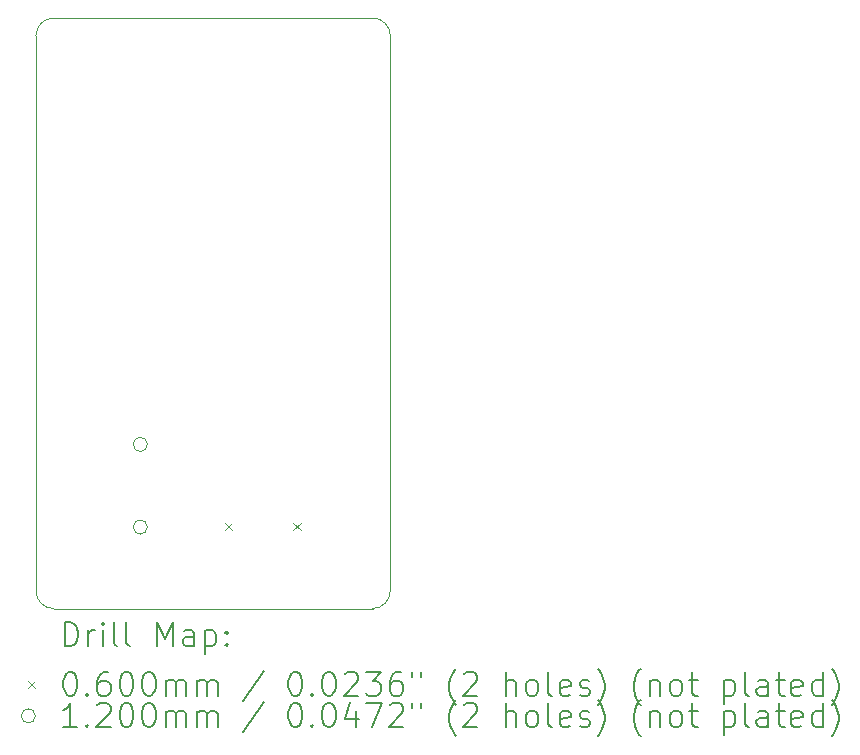
<source format=gbr>
%TF.GenerationSoftware,KiCad,Pcbnew,7.0.2-6a45011f42~172~ubuntu22.04.1*%
%TF.CreationDate,2023-05-17T08:32:57+02:00*%
%TF.ProjectId,PowerMeterLC,506f7765-724d-4657-9465-724c432e6b69,rev?*%
%TF.SameCoordinates,Original*%
%TF.FileFunction,Drillmap*%
%TF.FilePolarity,Positive*%
%FSLAX45Y45*%
G04 Gerber Fmt 4.5, Leading zero omitted, Abs format (unit mm)*
G04 Created by KiCad (PCBNEW 7.0.2-6a45011f42~172~ubuntu22.04.1) date 2023-05-17 08:32:57*
%MOMM*%
%LPD*%
G01*
G04 APERTURE LIST*
%ADD10C,0.100000*%
%ADD11C,0.200000*%
%ADD12C,0.060000*%
%ADD13C,0.120000*%
G04 APERTURE END LIST*
D10*
X4200000Y-14950000D02*
X4200000Y-19650000D01*
X4200000Y-14950000D02*
G75*
G03*
X4050000Y-14800000I-150000J0D01*
G01*
X1200000Y-19650000D02*
X1200000Y-14950000D01*
X1350000Y-14800000D02*
G75*
G03*
X1200000Y-14950000I0J-150000D01*
G01*
X1200000Y-19650000D02*
G75*
G03*
X1350000Y-19800000I150000J0D01*
G01*
X4050000Y-19800000D02*
G75*
G03*
X4200000Y-19650000I0J150000D01*
G01*
X1350000Y-14800000D02*
X4050000Y-14800000D01*
X4050000Y-19800000D02*
X1350000Y-19800000D01*
D11*
D12*
X2802000Y-19077500D02*
X2862000Y-19137500D01*
X2862000Y-19077500D02*
X2802000Y-19137500D01*
X3380000Y-19077500D02*
X3440000Y-19137500D01*
X3440000Y-19077500D02*
X3380000Y-19137500D01*
D13*
X2143250Y-18410000D02*
G75*
G03*
X2143250Y-18410000I-60000J0D01*
G01*
X2143250Y-19110000D02*
G75*
G03*
X2143250Y-19110000I-60000J0D01*
G01*
D11*
X1442619Y-20117524D02*
X1442619Y-19917524D01*
X1442619Y-19917524D02*
X1490238Y-19917524D01*
X1490238Y-19917524D02*
X1518809Y-19927048D01*
X1518809Y-19927048D02*
X1537857Y-19946095D01*
X1537857Y-19946095D02*
X1547381Y-19965143D01*
X1547381Y-19965143D02*
X1556905Y-20003238D01*
X1556905Y-20003238D02*
X1556905Y-20031810D01*
X1556905Y-20031810D02*
X1547381Y-20069905D01*
X1547381Y-20069905D02*
X1537857Y-20088952D01*
X1537857Y-20088952D02*
X1518809Y-20108000D01*
X1518809Y-20108000D02*
X1490238Y-20117524D01*
X1490238Y-20117524D02*
X1442619Y-20117524D01*
X1642619Y-20117524D02*
X1642619Y-19984190D01*
X1642619Y-20022286D02*
X1652143Y-20003238D01*
X1652143Y-20003238D02*
X1661667Y-19993714D01*
X1661667Y-19993714D02*
X1680714Y-19984190D01*
X1680714Y-19984190D02*
X1699762Y-19984190D01*
X1766428Y-20117524D02*
X1766428Y-19984190D01*
X1766428Y-19917524D02*
X1756905Y-19927048D01*
X1756905Y-19927048D02*
X1766428Y-19936571D01*
X1766428Y-19936571D02*
X1775952Y-19927048D01*
X1775952Y-19927048D02*
X1766428Y-19917524D01*
X1766428Y-19917524D02*
X1766428Y-19936571D01*
X1890238Y-20117524D02*
X1871190Y-20108000D01*
X1871190Y-20108000D02*
X1861667Y-20088952D01*
X1861667Y-20088952D02*
X1861667Y-19917524D01*
X1995000Y-20117524D02*
X1975952Y-20108000D01*
X1975952Y-20108000D02*
X1966428Y-20088952D01*
X1966428Y-20088952D02*
X1966428Y-19917524D01*
X2223571Y-20117524D02*
X2223571Y-19917524D01*
X2223571Y-19917524D02*
X2290238Y-20060381D01*
X2290238Y-20060381D02*
X2356905Y-19917524D01*
X2356905Y-19917524D02*
X2356905Y-20117524D01*
X2537857Y-20117524D02*
X2537857Y-20012762D01*
X2537857Y-20012762D02*
X2528333Y-19993714D01*
X2528333Y-19993714D02*
X2509286Y-19984190D01*
X2509286Y-19984190D02*
X2471190Y-19984190D01*
X2471190Y-19984190D02*
X2452143Y-19993714D01*
X2537857Y-20108000D02*
X2518810Y-20117524D01*
X2518810Y-20117524D02*
X2471190Y-20117524D01*
X2471190Y-20117524D02*
X2452143Y-20108000D01*
X2452143Y-20108000D02*
X2442619Y-20088952D01*
X2442619Y-20088952D02*
X2442619Y-20069905D01*
X2442619Y-20069905D02*
X2452143Y-20050857D01*
X2452143Y-20050857D02*
X2471190Y-20041333D01*
X2471190Y-20041333D02*
X2518810Y-20041333D01*
X2518810Y-20041333D02*
X2537857Y-20031810D01*
X2633095Y-19984190D02*
X2633095Y-20184190D01*
X2633095Y-19993714D02*
X2652143Y-19984190D01*
X2652143Y-19984190D02*
X2690238Y-19984190D01*
X2690238Y-19984190D02*
X2709286Y-19993714D01*
X2709286Y-19993714D02*
X2718810Y-20003238D01*
X2718810Y-20003238D02*
X2728333Y-20022286D01*
X2728333Y-20022286D02*
X2728333Y-20079429D01*
X2728333Y-20079429D02*
X2718810Y-20098476D01*
X2718810Y-20098476D02*
X2709286Y-20108000D01*
X2709286Y-20108000D02*
X2690238Y-20117524D01*
X2690238Y-20117524D02*
X2652143Y-20117524D01*
X2652143Y-20117524D02*
X2633095Y-20108000D01*
X2814048Y-20098476D02*
X2823571Y-20108000D01*
X2823571Y-20108000D02*
X2814048Y-20117524D01*
X2814048Y-20117524D02*
X2804524Y-20108000D01*
X2804524Y-20108000D02*
X2814048Y-20098476D01*
X2814048Y-20098476D02*
X2814048Y-20117524D01*
X2814048Y-19993714D02*
X2823571Y-20003238D01*
X2823571Y-20003238D02*
X2814048Y-20012762D01*
X2814048Y-20012762D02*
X2804524Y-20003238D01*
X2804524Y-20003238D02*
X2814048Y-19993714D01*
X2814048Y-19993714D02*
X2814048Y-20012762D01*
D12*
X1135000Y-20415000D02*
X1195000Y-20475000D01*
X1195000Y-20415000D02*
X1135000Y-20475000D01*
D11*
X1480714Y-20337524D02*
X1499762Y-20337524D01*
X1499762Y-20337524D02*
X1518809Y-20347048D01*
X1518809Y-20347048D02*
X1528333Y-20356571D01*
X1528333Y-20356571D02*
X1537857Y-20375619D01*
X1537857Y-20375619D02*
X1547381Y-20413714D01*
X1547381Y-20413714D02*
X1547381Y-20461333D01*
X1547381Y-20461333D02*
X1537857Y-20499429D01*
X1537857Y-20499429D02*
X1528333Y-20518476D01*
X1528333Y-20518476D02*
X1518809Y-20528000D01*
X1518809Y-20528000D02*
X1499762Y-20537524D01*
X1499762Y-20537524D02*
X1480714Y-20537524D01*
X1480714Y-20537524D02*
X1461667Y-20528000D01*
X1461667Y-20528000D02*
X1452143Y-20518476D01*
X1452143Y-20518476D02*
X1442619Y-20499429D01*
X1442619Y-20499429D02*
X1433095Y-20461333D01*
X1433095Y-20461333D02*
X1433095Y-20413714D01*
X1433095Y-20413714D02*
X1442619Y-20375619D01*
X1442619Y-20375619D02*
X1452143Y-20356571D01*
X1452143Y-20356571D02*
X1461667Y-20347048D01*
X1461667Y-20347048D02*
X1480714Y-20337524D01*
X1633095Y-20518476D02*
X1642619Y-20528000D01*
X1642619Y-20528000D02*
X1633095Y-20537524D01*
X1633095Y-20537524D02*
X1623571Y-20528000D01*
X1623571Y-20528000D02*
X1633095Y-20518476D01*
X1633095Y-20518476D02*
X1633095Y-20537524D01*
X1814048Y-20337524D02*
X1775952Y-20337524D01*
X1775952Y-20337524D02*
X1756905Y-20347048D01*
X1756905Y-20347048D02*
X1747381Y-20356571D01*
X1747381Y-20356571D02*
X1728333Y-20385143D01*
X1728333Y-20385143D02*
X1718809Y-20423238D01*
X1718809Y-20423238D02*
X1718809Y-20499429D01*
X1718809Y-20499429D02*
X1728333Y-20518476D01*
X1728333Y-20518476D02*
X1737857Y-20528000D01*
X1737857Y-20528000D02*
X1756905Y-20537524D01*
X1756905Y-20537524D02*
X1795000Y-20537524D01*
X1795000Y-20537524D02*
X1814048Y-20528000D01*
X1814048Y-20528000D02*
X1823571Y-20518476D01*
X1823571Y-20518476D02*
X1833095Y-20499429D01*
X1833095Y-20499429D02*
X1833095Y-20451810D01*
X1833095Y-20451810D02*
X1823571Y-20432762D01*
X1823571Y-20432762D02*
X1814048Y-20423238D01*
X1814048Y-20423238D02*
X1795000Y-20413714D01*
X1795000Y-20413714D02*
X1756905Y-20413714D01*
X1756905Y-20413714D02*
X1737857Y-20423238D01*
X1737857Y-20423238D02*
X1728333Y-20432762D01*
X1728333Y-20432762D02*
X1718809Y-20451810D01*
X1956905Y-20337524D02*
X1975952Y-20337524D01*
X1975952Y-20337524D02*
X1995000Y-20347048D01*
X1995000Y-20347048D02*
X2004524Y-20356571D01*
X2004524Y-20356571D02*
X2014048Y-20375619D01*
X2014048Y-20375619D02*
X2023571Y-20413714D01*
X2023571Y-20413714D02*
X2023571Y-20461333D01*
X2023571Y-20461333D02*
X2014048Y-20499429D01*
X2014048Y-20499429D02*
X2004524Y-20518476D01*
X2004524Y-20518476D02*
X1995000Y-20528000D01*
X1995000Y-20528000D02*
X1975952Y-20537524D01*
X1975952Y-20537524D02*
X1956905Y-20537524D01*
X1956905Y-20537524D02*
X1937857Y-20528000D01*
X1937857Y-20528000D02*
X1928333Y-20518476D01*
X1928333Y-20518476D02*
X1918809Y-20499429D01*
X1918809Y-20499429D02*
X1909286Y-20461333D01*
X1909286Y-20461333D02*
X1909286Y-20413714D01*
X1909286Y-20413714D02*
X1918809Y-20375619D01*
X1918809Y-20375619D02*
X1928333Y-20356571D01*
X1928333Y-20356571D02*
X1937857Y-20347048D01*
X1937857Y-20347048D02*
X1956905Y-20337524D01*
X2147381Y-20337524D02*
X2166429Y-20337524D01*
X2166429Y-20337524D02*
X2185476Y-20347048D01*
X2185476Y-20347048D02*
X2195000Y-20356571D01*
X2195000Y-20356571D02*
X2204524Y-20375619D01*
X2204524Y-20375619D02*
X2214048Y-20413714D01*
X2214048Y-20413714D02*
X2214048Y-20461333D01*
X2214048Y-20461333D02*
X2204524Y-20499429D01*
X2204524Y-20499429D02*
X2195000Y-20518476D01*
X2195000Y-20518476D02*
X2185476Y-20528000D01*
X2185476Y-20528000D02*
X2166429Y-20537524D01*
X2166429Y-20537524D02*
X2147381Y-20537524D01*
X2147381Y-20537524D02*
X2128333Y-20528000D01*
X2128333Y-20528000D02*
X2118810Y-20518476D01*
X2118810Y-20518476D02*
X2109286Y-20499429D01*
X2109286Y-20499429D02*
X2099762Y-20461333D01*
X2099762Y-20461333D02*
X2099762Y-20413714D01*
X2099762Y-20413714D02*
X2109286Y-20375619D01*
X2109286Y-20375619D02*
X2118810Y-20356571D01*
X2118810Y-20356571D02*
X2128333Y-20347048D01*
X2128333Y-20347048D02*
X2147381Y-20337524D01*
X2299762Y-20537524D02*
X2299762Y-20404190D01*
X2299762Y-20423238D02*
X2309286Y-20413714D01*
X2309286Y-20413714D02*
X2328333Y-20404190D01*
X2328333Y-20404190D02*
X2356905Y-20404190D01*
X2356905Y-20404190D02*
X2375952Y-20413714D01*
X2375952Y-20413714D02*
X2385476Y-20432762D01*
X2385476Y-20432762D02*
X2385476Y-20537524D01*
X2385476Y-20432762D02*
X2395000Y-20413714D01*
X2395000Y-20413714D02*
X2414048Y-20404190D01*
X2414048Y-20404190D02*
X2442619Y-20404190D01*
X2442619Y-20404190D02*
X2461667Y-20413714D01*
X2461667Y-20413714D02*
X2471191Y-20432762D01*
X2471191Y-20432762D02*
X2471191Y-20537524D01*
X2566429Y-20537524D02*
X2566429Y-20404190D01*
X2566429Y-20423238D02*
X2575952Y-20413714D01*
X2575952Y-20413714D02*
X2595000Y-20404190D01*
X2595000Y-20404190D02*
X2623572Y-20404190D01*
X2623572Y-20404190D02*
X2642619Y-20413714D01*
X2642619Y-20413714D02*
X2652143Y-20432762D01*
X2652143Y-20432762D02*
X2652143Y-20537524D01*
X2652143Y-20432762D02*
X2661667Y-20413714D01*
X2661667Y-20413714D02*
X2680714Y-20404190D01*
X2680714Y-20404190D02*
X2709286Y-20404190D01*
X2709286Y-20404190D02*
X2728333Y-20413714D01*
X2728333Y-20413714D02*
X2737857Y-20432762D01*
X2737857Y-20432762D02*
X2737857Y-20537524D01*
X3128333Y-20328000D02*
X2956905Y-20585143D01*
X3385476Y-20337524D02*
X3404524Y-20337524D01*
X3404524Y-20337524D02*
X3423572Y-20347048D01*
X3423572Y-20347048D02*
X3433095Y-20356571D01*
X3433095Y-20356571D02*
X3442619Y-20375619D01*
X3442619Y-20375619D02*
X3452143Y-20413714D01*
X3452143Y-20413714D02*
X3452143Y-20461333D01*
X3452143Y-20461333D02*
X3442619Y-20499429D01*
X3442619Y-20499429D02*
X3433095Y-20518476D01*
X3433095Y-20518476D02*
X3423572Y-20528000D01*
X3423572Y-20528000D02*
X3404524Y-20537524D01*
X3404524Y-20537524D02*
X3385476Y-20537524D01*
X3385476Y-20537524D02*
X3366429Y-20528000D01*
X3366429Y-20528000D02*
X3356905Y-20518476D01*
X3356905Y-20518476D02*
X3347381Y-20499429D01*
X3347381Y-20499429D02*
X3337857Y-20461333D01*
X3337857Y-20461333D02*
X3337857Y-20413714D01*
X3337857Y-20413714D02*
X3347381Y-20375619D01*
X3347381Y-20375619D02*
X3356905Y-20356571D01*
X3356905Y-20356571D02*
X3366429Y-20347048D01*
X3366429Y-20347048D02*
X3385476Y-20337524D01*
X3537857Y-20518476D02*
X3547381Y-20528000D01*
X3547381Y-20528000D02*
X3537857Y-20537524D01*
X3537857Y-20537524D02*
X3528333Y-20528000D01*
X3528333Y-20528000D02*
X3537857Y-20518476D01*
X3537857Y-20518476D02*
X3537857Y-20537524D01*
X3671191Y-20337524D02*
X3690238Y-20337524D01*
X3690238Y-20337524D02*
X3709286Y-20347048D01*
X3709286Y-20347048D02*
X3718810Y-20356571D01*
X3718810Y-20356571D02*
X3728333Y-20375619D01*
X3728333Y-20375619D02*
X3737857Y-20413714D01*
X3737857Y-20413714D02*
X3737857Y-20461333D01*
X3737857Y-20461333D02*
X3728333Y-20499429D01*
X3728333Y-20499429D02*
X3718810Y-20518476D01*
X3718810Y-20518476D02*
X3709286Y-20528000D01*
X3709286Y-20528000D02*
X3690238Y-20537524D01*
X3690238Y-20537524D02*
X3671191Y-20537524D01*
X3671191Y-20537524D02*
X3652143Y-20528000D01*
X3652143Y-20528000D02*
X3642619Y-20518476D01*
X3642619Y-20518476D02*
X3633095Y-20499429D01*
X3633095Y-20499429D02*
X3623572Y-20461333D01*
X3623572Y-20461333D02*
X3623572Y-20413714D01*
X3623572Y-20413714D02*
X3633095Y-20375619D01*
X3633095Y-20375619D02*
X3642619Y-20356571D01*
X3642619Y-20356571D02*
X3652143Y-20347048D01*
X3652143Y-20347048D02*
X3671191Y-20337524D01*
X3814048Y-20356571D02*
X3823572Y-20347048D01*
X3823572Y-20347048D02*
X3842619Y-20337524D01*
X3842619Y-20337524D02*
X3890238Y-20337524D01*
X3890238Y-20337524D02*
X3909286Y-20347048D01*
X3909286Y-20347048D02*
X3918810Y-20356571D01*
X3918810Y-20356571D02*
X3928333Y-20375619D01*
X3928333Y-20375619D02*
X3928333Y-20394667D01*
X3928333Y-20394667D02*
X3918810Y-20423238D01*
X3918810Y-20423238D02*
X3804524Y-20537524D01*
X3804524Y-20537524D02*
X3928333Y-20537524D01*
X3995000Y-20337524D02*
X4118810Y-20337524D01*
X4118810Y-20337524D02*
X4052143Y-20413714D01*
X4052143Y-20413714D02*
X4080714Y-20413714D01*
X4080714Y-20413714D02*
X4099762Y-20423238D01*
X4099762Y-20423238D02*
X4109286Y-20432762D01*
X4109286Y-20432762D02*
X4118810Y-20451810D01*
X4118810Y-20451810D02*
X4118810Y-20499429D01*
X4118810Y-20499429D02*
X4109286Y-20518476D01*
X4109286Y-20518476D02*
X4099762Y-20528000D01*
X4099762Y-20528000D02*
X4080714Y-20537524D01*
X4080714Y-20537524D02*
X4023572Y-20537524D01*
X4023572Y-20537524D02*
X4004524Y-20528000D01*
X4004524Y-20528000D02*
X3995000Y-20518476D01*
X4290238Y-20337524D02*
X4252143Y-20337524D01*
X4252143Y-20337524D02*
X4233095Y-20347048D01*
X4233095Y-20347048D02*
X4223572Y-20356571D01*
X4223572Y-20356571D02*
X4204524Y-20385143D01*
X4204524Y-20385143D02*
X4195000Y-20423238D01*
X4195000Y-20423238D02*
X4195000Y-20499429D01*
X4195000Y-20499429D02*
X4204524Y-20518476D01*
X4204524Y-20518476D02*
X4214048Y-20528000D01*
X4214048Y-20528000D02*
X4233095Y-20537524D01*
X4233095Y-20537524D02*
X4271191Y-20537524D01*
X4271191Y-20537524D02*
X4290238Y-20528000D01*
X4290238Y-20528000D02*
X4299762Y-20518476D01*
X4299762Y-20518476D02*
X4309286Y-20499429D01*
X4309286Y-20499429D02*
X4309286Y-20451810D01*
X4309286Y-20451810D02*
X4299762Y-20432762D01*
X4299762Y-20432762D02*
X4290238Y-20423238D01*
X4290238Y-20423238D02*
X4271191Y-20413714D01*
X4271191Y-20413714D02*
X4233095Y-20413714D01*
X4233095Y-20413714D02*
X4214048Y-20423238D01*
X4214048Y-20423238D02*
X4204524Y-20432762D01*
X4204524Y-20432762D02*
X4195000Y-20451810D01*
X4385476Y-20337524D02*
X4385476Y-20375619D01*
X4461667Y-20337524D02*
X4461667Y-20375619D01*
X4756905Y-20613714D02*
X4747381Y-20604190D01*
X4747381Y-20604190D02*
X4728334Y-20575619D01*
X4728334Y-20575619D02*
X4718810Y-20556571D01*
X4718810Y-20556571D02*
X4709286Y-20528000D01*
X4709286Y-20528000D02*
X4699762Y-20480381D01*
X4699762Y-20480381D02*
X4699762Y-20442286D01*
X4699762Y-20442286D02*
X4709286Y-20394667D01*
X4709286Y-20394667D02*
X4718810Y-20366095D01*
X4718810Y-20366095D02*
X4728334Y-20347048D01*
X4728334Y-20347048D02*
X4747381Y-20318476D01*
X4747381Y-20318476D02*
X4756905Y-20308952D01*
X4823572Y-20356571D02*
X4833096Y-20347048D01*
X4833096Y-20347048D02*
X4852143Y-20337524D01*
X4852143Y-20337524D02*
X4899762Y-20337524D01*
X4899762Y-20337524D02*
X4918810Y-20347048D01*
X4918810Y-20347048D02*
X4928334Y-20356571D01*
X4928334Y-20356571D02*
X4937857Y-20375619D01*
X4937857Y-20375619D02*
X4937857Y-20394667D01*
X4937857Y-20394667D02*
X4928334Y-20423238D01*
X4928334Y-20423238D02*
X4814048Y-20537524D01*
X4814048Y-20537524D02*
X4937857Y-20537524D01*
X5175953Y-20537524D02*
X5175953Y-20337524D01*
X5261667Y-20537524D02*
X5261667Y-20432762D01*
X5261667Y-20432762D02*
X5252143Y-20413714D01*
X5252143Y-20413714D02*
X5233096Y-20404190D01*
X5233096Y-20404190D02*
X5204524Y-20404190D01*
X5204524Y-20404190D02*
X5185477Y-20413714D01*
X5185477Y-20413714D02*
X5175953Y-20423238D01*
X5385477Y-20537524D02*
X5366429Y-20528000D01*
X5366429Y-20528000D02*
X5356905Y-20518476D01*
X5356905Y-20518476D02*
X5347381Y-20499429D01*
X5347381Y-20499429D02*
X5347381Y-20442286D01*
X5347381Y-20442286D02*
X5356905Y-20423238D01*
X5356905Y-20423238D02*
X5366429Y-20413714D01*
X5366429Y-20413714D02*
X5385477Y-20404190D01*
X5385477Y-20404190D02*
X5414048Y-20404190D01*
X5414048Y-20404190D02*
X5433096Y-20413714D01*
X5433096Y-20413714D02*
X5442619Y-20423238D01*
X5442619Y-20423238D02*
X5452143Y-20442286D01*
X5452143Y-20442286D02*
X5452143Y-20499429D01*
X5452143Y-20499429D02*
X5442619Y-20518476D01*
X5442619Y-20518476D02*
X5433096Y-20528000D01*
X5433096Y-20528000D02*
X5414048Y-20537524D01*
X5414048Y-20537524D02*
X5385477Y-20537524D01*
X5566429Y-20537524D02*
X5547381Y-20528000D01*
X5547381Y-20528000D02*
X5537858Y-20508952D01*
X5537858Y-20508952D02*
X5537858Y-20337524D01*
X5718810Y-20528000D02*
X5699762Y-20537524D01*
X5699762Y-20537524D02*
X5661667Y-20537524D01*
X5661667Y-20537524D02*
X5642619Y-20528000D01*
X5642619Y-20528000D02*
X5633096Y-20508952D01*
X5633096Y-20508952D02*
X5633096Y-20432762D01*
X5633096Y-20432762D02*
X5642619Y-20413714D01*
X5642619Y-20413714D02*
X5661667Y-20404190D01*
X5661667Y-20404190D02*
X5699762Y-20404190D01*
X5699762Y-20404190D02*
X5718810Y-20413714D01*
X5718810Y-20413714D02*
X5728334Y-20432762D01*
X5728334Y-20432762D02*
X5728334Y-20451810D01*
X5728334Y-20451810D02*
X5633096Y-20470857D01*
X5804524Y-20528000D02*
X5823572Y-20537524D01*
X5823572Y-20537524D02*
X5861667Y-20537524D01*
X5861667Y-20537524D02*
X5880715Y-20528000D01*
X5880715Y-20528000D02*
X5890238Y-20508952D01*
X5890238Y-20508952D02*
X5890238Y-20499429D01*
X5890238Y-20499429D02*
X5880715Y-20480381D01*
X5880715Y-20480381D02*
X5861667Y-20470857D01*
X5861667Y-20470857D02*
X5833096Y-20470857D01*
X5833096Y-20470857D02*
X5814048Y-20461333D01*
X5814048Y-20461333D02*
X5804524Y-20442286D01*
X5804524Y-20442286D02*
X5804524Y-20432762D01*
X5804524Y-20432762D02*
X5814048Y-20413714D01*
X5814048Y-20413714D02*
X5833096Y-20404190D01*
X5833096Y-20404190D02*
X5861667Y-20404190D01*
X5861667Y-20404190D02*
X5880715Y-20413714D01*
X5956905Y-20613714D02*
X5966429Y-20604190D01*
X5966429Y-20604190D02*
X5985477Y-20575619D01*
X5985477Y-20575619D02*
X5995000Y-20556571D01*
X5995000Y-20556571D02*
X6004524Y-20528000D01*
X6004524Y-20528000D02*
X6014048Y-20480381D01*
X6014048Y-20480381D02*
X6014048Y-20442286D01*
X6014048Y-20442286D02*
X6004524Y-20394667D01*
X6004524Y-20394667D02*
X5995000Y-20366095D01*
X5995000Y-20366095D02*
X5985477Y-20347048D01*
X5985477Y-20347048D02*
X5966429Y-20318476D01*
X5966429Y-20318476D02*
X5956905Y-20308952D01*
X6318810Y-20613714D02*
X6309286Y-20604190D01*
X6309286Y-20604190D02*
X6290238Y-20575619D01*
X6290238Y-20575619D02*
X6280715Y-20556571D01*
X6280715Y-20556571D02*
X6271191Y-20528000D01*
X6271191Y-20528000D02*
X6261667Y-20480381D01*
X6261667Y-20480381D02*
X6261667Y-20442286D01*
X6261667Y-20442286D02*
X6271191Y-20394667D01*
X6271191Y-20394667D02*
X6280715Y-20366095D01*
X6280715Y-20366095D02*
X6290238Y-20347048D01*
X6290238Y-20347048D02*
X6309286Y-20318476D01*
X6309286Y-20318476D02*
X6318810Y-20308952D01*
X6395000Y-20404190D02*
X6395000Y-20537524D01*
X6395000Y-20423238D02*
X6404524Y-20413714D01*
X6404524Y-20413714D02*
X6423572Y-20404190D01*
X6423572Y-20404190D02*
X6452143Y-20404190D01*
X6452143Y-20404190D02*
X6471191Y-20413714D01*
X6471191Y-20413714D02*
X6480715Y-20432762D01*
X6480715Y-20432762D02*
X6480715Y-20537524D01*
X6604524Y-20537524D02*
X6585477Y-20528000D01*
X6585477Y-20528000D02*
X6575953Y-20518476D01*
X6575953Y-20518476D02*
X6566429Y-20499429D01*
X6566429Y-20499429D02*
X6566429Y-20442286D01*
X6566429Y-20442286D02*
X6575953Y-20423238D01*
X6575953Y-20423238D02*
X6585477Y-20413714D01*
X6585477Y-20413714D02*
X6604524Y-20404190D01*
X6604524Y-20404190D02*
X6633096Y-20404190D01*
X6633096Y-20404190D02*
X6652143Y-20413714D01*
X6652143Y-20413714D02*
X6661667Y-20423238D01*
X6661667Y-20423238D02*
X6671191Y-20442286D01*
X6671191Y-20442286D02*
X6671191Y-20499429D01*
X6671191Y-20499429D02*
X6661667Y-20518476D01*
X6661667Y-20518476D02*
X6652143Y-20528000D01*
X6652143Y-20528000D02*
X6633096Y-20537524D01*
X6633096Y-20537524D02*
X6604524Y-20537524D01*
X6728334Y-20404190D02*
X6804524Y-20404190D01*
X6756905Y-20337524D02*
X6756905Y-20508952D01*
X6756905Y-20508952D02*
X6766429Y-20528000D01*
X6766429Y-20528000D02*
X6785477Y-20537524D01*
X6785477Y-20537524D02*
X6804524Y-20537524D01*
X7023572Y-20404190D02*
X7023572Y-20604190D01*
X7023572Y-20413714D02*
X7042619Y-20404190D01*
X7042619Y-20404190D02*
X7080715Y-20404190D01*
X7080715Y-20404190D02*
X7099762Y-20413714D01*
X7099762Y-20413714D02*
X7109286Y-20423238D01*
X7109286Y-20423238D02*
X7118810Y-20442286D01*
X7118810Y-20442286D02*
X7118810Y-20499429D01*
X7118810Y-20499429D02*
X7109286Y-20518476D01*
X7109286Y-20518476D02*
X7099762Y-20528000D01*
X7099762Y-20528000D02*
X7080715Y-20537524D01*
X7080715Y-20537524D02*
X7042619Y-20537524D01*
X7042619Y-20537524D02*
X7023572Y-20528000D01*
X7233096Y-20537524D02*
X7214048Y-20528000D01*
X7214048Y-20528000D02*
X7204524Y-20508952D01*
X7204524Y-20508952D02*
X7204524Y-20337524D01*
X7395000Y-20537524D02*
X7395000Y-20432762D01*
X7395000Y-20432762D02*
X7385477Y-20413714D01*
X7385477Y-20413714D02*
X7366429Y-20404190D01*
X7366429Y-20404190D02*
X7328334Y-20404190D01*
X7328334Y-20404190D02*
X7309286Y-20413714D01*
X7395000Y-20528000D02*
X7375953Y-20537524D01*
X7375953Y-20537524D02*
X7328334Y-20537524D01*
X7328334Y-20537524D02*
X7309286Y-20528000D01*
X7309286Y-20528000D02*
X7299762Y-20508952D01*
X7299762Y-20508952D02*
X7299762Y-20489905D01*
X7299762Y-20489905D02*
X7309286Y-20470857D01*
X7309286Y-20470857D02*
X7328334Y-20461333D01*
X7328334Y-20461333D02*
X7375953Y-20461333D01*
X7375953Y-20461333D02*
X7395000Y-20451810D01*
X7461667Y-20404190D02*
X7537858Y-20404190D01*
X7490239Y-20337524D02*
X7490239Y-20508952D01*
X7490239Y-20508952D02*
X7499762Y-20528000D01*
X7499762Y-20528000D02*
X7518810Y-20537524D01*
X7518810Y-20537524D02*
X7537858Y-20537524D01*
X7680715Y-20528000D02*
X7661667Y-20537524D01*
X7661667Y-20537524D02*
X7623572Y-20537524D01*
X7623572Y-20537524D02*
X7604524Y-20528000D01*
X7604524Y-20528000D02*
X7595000Y-20508952D01*
X7595000Y-20508952D02*
X7595000Y-20432762D01*
X7595000Y-20432762D02*
X7604524Y-20413714D01*
X7604524Y-20413714D02*
X7623572Y-20404190D01*
X7623572Y-20404190D02*
X7661667Y-20404190D01*
X7661667Y-20404190D02*
X7680715Y-20413714D01*
X7680715Y-20413714D02*
X7690239Y-20432762D01*
X7690239Y-20432762D02*
X7690239Y-20451810D01*
X7690239Y-20451810D02*
X7595000Y-20470857D01*
X7861667Y-20537524D02*
X7861667Y-20337524D01*
X7861667Y-20528000D02*
X7842620Y-20537524D01*
X7842620Y-20537524D02*
X7804524Y-20537524D01*
X7804524Y-20537524D02*
X7785477Y-20528000D01*
X7785477Y-20528000D02*
X7775953Y-20518476D01*
X7775953Y-20518476D02*
X7766429Y-20499429D01*
X7766429Y-20499429D02*
X7766429Y-20442286D01*
X7766429Y-20442286D02*
X7775953Y-20423238D01*
X7775953Y-20423238D02*
X7785477Y-20413714D01*
X7785477Y-20413714D02*
X7804524Y-20404190D01*
X7804524Y-20404190D02*
X7842620Y-20404190D01*
X7842620Y-20404190D02*
X7861667Y-20413714D01*
X7937858Y-20613714D02*
X7947381Y-20604190D01*
X7947381Y-20604190D02*
X7966429Y-20575619D01*
X7966429Y-20575619D02*
X7975953Y-20556571D01*
X7975953Y-20556571D02*
X7985477Y-20528000D01*
X7985477Y-20528000D02*
X7995000Y-20480381D01*
X7995000Y-20480381D02*
X7995000Y-20442286D01*
X7995000Y-20442286D02*
X7985477Y-20394667D01*
X7985477Y-20394667D02*
X7975953Y-20366095D01*
X7975953Y-20366095D02*
X7966429Y-20347048D01*
X7966429Y-20347048D02*
X7947381Y-20318476D01*
X7947381Y-20318476D02*
X7937858Y-20308952D01*
D13*
X1195000Y-20709000D02*
G75*
G03*
X1195000Y-20709000I-60000J0D01*
G01*
D11*
X1547381Y-20801524D02*
X1433095Y-20801524D01*
X1490238Y-20801524D02*
X1490238Y-20601524D01*
X1490238Y-20601524D02*
X1471190Y-20630095D01*
X1471190Y-20630095D02*
X1452143Y-20649143D01*
X1452143Y-20649143D02*
X1433095Y-20658667D01*
X1633095Y-20782476D02*
X1642619Y-20792000D01*
X1642619Y-20792000D02*
X1633095Y-20801524D01*
X1633095Y-20801524D02*
X1623571Y-20792000D01*
X1623571Y-20792000D02*
X1633095Y-20782476D01*
X1633095Y-20782476D02*
X1633095Y-20801524D01*
X1718809Y-20620571D02*
X1728333Y-20611048D01*
X1728333Y-20611048D02*
X1747381Y-20601524D01*
X1747381Y-20601524D02*
X1795000Y-20601524D01*
X1795000Y-20601524D02*
X1814048Y-20611048D01*
X1814048Y-20611048D02*
X1823571Y-20620571D01*
X1823571Y-20620571D02*
X1833095Y-20639619D01*
X1833095Y-20639619D02*
X1833095Y-20658667D01*
X1833095Y-20658667D02*
X1823571Y-20687238D01*
X1823571Y-20687238D02*
X1709286Y-20801524D01*
X1709286Y-20801524D02*
X1833095Y-20801524D01*
X1956905Y-20601524D02*
X1975952Y-20601524D01*
X1975952Y-20601524D02*
X1995000Y-20611048D01*
X1995000Y-20611048D02*
X2004524Y-20620571D01*
X2004524Y-20620571D02*
X2014048Y-20639619D01*
X2014048Y-20639619D02*
X2023571Y-20677714D01*
X2023571Y-20677714D02*
X2023571Y-20725333D01*
X2023571Y-20725333D02*
X2014048Y-20763429D01*
X2014048Y-20763429D02*
X2004524Y-20782476D01*
X2004524Y-20782476D02*
X1995000Y-20792000D01*
X1995000Y-20792000D02*
X1975952Y-20801524D01*
X1975952Y-20801524D02*
X1956905Y-20801524D01*
X1956905Y-20801524D02*
X1937857Y-20792000D01*
X1937857Y-20792000D02*
X1928333Y-20782476D01*
X1928333Y-20782476D02*
X1918809Y-20763429D01*
X1918809Y-20763429D02*
X1909286Y-20725333D01*
X1909286Y-20725333D02*
X1909286Y-20677714D01*
X1909286Y-20677714D02*
X1918809Y-20639619D01*
X1918809Y-20639619D02*
X1928333Y-20620571D01*
X1928333Y-20620571D02*
X1937857Y-20611048D01*
X1937857Y-20611048D02*
X1956905Y-20601524D01*
X2147381Y-20601524D02*
X2166429Y-20601524D01*
X2166429Y-20601524D02*
X2185476Y-20611048D01*
X2185476Y-20611048D02*
X2195000Y-20620571D01*
X2195000Y-20620571D02*
X2204524Y-20639619D01*
X2204524Y-20639619D02*
X2214048Y-20677714D01*
X2214048Y-20677714D02*
X2214048Y-20725333D01*
X2214048Y-20725333D02*
X2204524Y-20763429D01*
X2204524Y-20763429D02*
X2195000Y-20782476D01*
X2195000Y-20782476D02*
X2185476Y-20792000D01*
X2185476Y-20792000D02*
X2166429Y-20801524D01*
X2166429Y-20801524D02*
X2147381Y-20801524D01*
X2147381Y-20801524D02*
X2128333Y-20792000D01*
X2128333Y-20792000D02*
X2118810Y-20782476D01*
X2118810Y-20782476D02*
X2109286Y-20763429D01*
X2109286Y-20763429D02*
X2099762Y-20725333D01*
X2099762Y-20725333D02*
X2099762Y-20677714D01*
X2099762Y-20677714D02*
X2109286Y-20639619D01*
X2109286Y-20639619D02*
X2118810Y-20620571D01*
X2118810Y-20620571D02*
X2128333Y-20611048D01*
X2128333Y-20611048D02*
X2147381Y-20601524D01*
X2299762Y-20801524D02*
X2299762Y-20668190D01*
X2299762Y-20687238D02*
X2309286Y-20677714D01*
X2309286Y-20677714D02*
X2328333Y-20668190D01*
X2328333Y-20668190D02*
X2356905Y-20668190D01*
X2356905Y-20668190D02*
X2375952Y-20677714D01*
X2375952Y-20677714D02*
X2385476Y-20696762D01*
X2385476Y-20696762D02*
X2385476Y-20801524D01*
X2385476Y-20696762D02*
X2395000Y-20677714D01*
X2395000Y-20677714D02*
X2414048Y-20668190D01*
X2414048Y-20668190D02*
X2442619Y-20668190D01*
X2442619Y-20668190D02*
X2461667Y-20677714D01*
X2461667Y-20677714D02*
X2471191Y-20696762D01*
X2471191Y-20696762D02*
X2471191Y-20801524D01*
X2566429Y-20801524D02*
X2566429Y-20668190D01*
X2566429Y-20687238D02*
X2575952Y-20677714D01*
X2575952Y-20677714D02*
X2595000Y-20668190D01*
X2595000Y-20668190D02*
X2623572Y-20668190D01*
X2623572Y-20668190D02*
X2642619Y-20677714D01*
X2642619Y-20677714D02*
X2652143Y-20696762D01*
X2652143Y-20696762D02*
X2652143Y-20801524D01*
X2652143Y-20696762D02*
X2661667Y-20677714D01*
X2661667Y-20677714D02*
X2680714Y-20668190D01*
X2680714Y-20668190D02*
X2709286Y-20668190D01*
X2709286Y-20668190D02*
X2728333Y-20677714D01*
X2728333Y-20677714D02*
X2737857Y-20696762D01*
X2737857Y-20696762D02*
X2737857Y-20801524D01*
X3128333Y-20592000D02*
X2956905Y-20849143D01*
X3385476Y-20601524D02*
X3404524Y-20601524D01*
X3404524Y-20601524D02*
X3423572Y-20611048D01*
X3423572Y-20611048D02*
X3433095Y-20620571D01*
X3433095Y-20620571D02*
X3442619Y-20639619D01*
X3442619Y-20639619D02*
X3452143Y-20677714D01*
X3452143Y-20677714D02*
X3452143Y-20725333D01*
X3452143Y-20725333D02*
X3442619Y-20763429D01*
X3442619Y-20763429D02*
X3433095Y-20782476D01*
X3433095Y-20782476D02*
X3423572Y-20792000D01*
X3423572Y-20792000D02*
X3404524Y-20801524D01*
X3404524Y-20801524D02*
X3385476Y-20801524D01*
X3385476Y-20801524D02*
X3366429Y-20792000D01*
X3366429Y-20792000D02*
X3356905Y-20782476D01*
X3356905Y-20782476D02*
X3347381Y-20763429D01*
X3347381Y-20763429D02*
X3337857Y-20725333D01*
X3337857Y-20725333D02*
X3337857Y-20677714D01*
X3337857Y-20677714D02*
X3347381Y-20639619D01*
X3347381Y-20639619D02*
X3356905Y-20620571D01*
X3356905Y-20620571D02*
X3366429Y-20611048D01*
X3366429Y-20611048D02*
X3385476Y-20601524D01*
X3537857Y-20782476D02*
X3547381Y-20792000D01*
X3547381Y-20792000D02*
X3537857Y-20801524D01*
X3537857Y-20801524D02*
X3528333Y-20792000D01*
X3528333Y-20792000D02*
X3537857Y-20782476D01*
X3537857Y-20782476D02*
X3537857Y-20801524D01*
X3671191Y-20601524D02*
X3690238Y-20601524D01*
X3690238Y-20601524D02*
X3709286Y-20611048D01*
X3709286Y-20611048D02*
X3718810Y-20620571D01*
X3718810Y-20620571D02*
X3728333Y-20639619D01*
X3728333Y-20639619D02*
X3737857Y-20677714D01*
X3737857Y-20677714D02*
X3737857Y-20725333D01*
X3737857Y-20725333D02*
X3728333Y-20763429D01*
X3728333Y-20763429D02*
X3718810Y-20782476D01*
X3718810Y-20782476D02*
X3709286Y-20792000D01*
X3709286Y-20792000D02*
X3690238Y-20801524D01*
X3690238Y-20801524D02*
X3671191Y-20801524D01*
X3671191Y-20801524D02*
X3652143Y-20792000D01*
X3652143Y-20792000D02*
X3642619Y-20782476D01*
X3642619Y-20782476D02*
X3633095Y-20763429D01*
X3633095Y-20763429D02*
X3623572Y-20725333D01*
X3623572Y-20725333D02*
X3623572Y-20677714D01*
X3623572Y-20677714D02*
X3633095Y-20639619D01*
X3633095Y-20639619D02*
X3642619Y-20620571D01*
X3642619Y-20620571D02*
X3652143Y-20611048D01*
X3652143Y-20611048D02*
X3671191Y-20601524D01*
X3909286Y-20668190D02*
X3909286Y-20801524D01*
X3861667Y-20592000D02*
X3814048Y-20734857D01*
X3814048Y-20734857D02*
X3937857Y-20734857D01*
X3995000Y-20601524D02*
X4128333Y-20601524D01*
X4128333Y-20601524D02*
X4042619Y-20801524D01*
X4195000Y-20620571D02*
X4204524Y-20611048D01*
X4204524Y-20611048D02*
X4223572Y-20601524D01*
X4223572Y-20601524D02*
X4271191Y-20601524D01*
X4271191Y-20601524D02*
X4290238Y-20611048D01*
X4290238Y-20611048D02*
X4299762Y-20620571D01*
X4299762Y-20620571D02*
X4309286Y-20639619D01*
X4309286Y-20639619D02*
X4309286Y-20658667D01*
X4309286Y-20658667D02*
X4299762Y-20687238D01*
X4299762Y-20687238D02*
X4185476Y-20801524D01*
X4185476Y-20801524D02*
X4309286Y-20801524D01*
X4385476Y-20601524D02*
X4385476Y-20639619D01*
X4461667Y-20601524D02*
X4461667Y-20639619D01*
X4756905Y-20877714D02*
X4747381Y-20868190D01*
X4747381Y-20868190D02*
X4728334Y-20839619D01*
X4728334Y-20839619D02*
X4718810Y-20820571D01*
X4718810Y-20820571D02*
X4709286Y-20792000D01*
X4709286Y-20792000D02*
X4699762Y-20744381D01*
X4699762Y-20744381D02*
X4699762Y-20706286D01*
X4699762Y-20706286D02*
X4709286Y-20658667D01*
X4709286Y-20658667D02*
X4718810Y-20630095D01*
X4718810Y-20630095D02*
X4728334Y-20611048D01*
X4728334Y-20611048D02*
X4747381Y-20582476D01*
X4747381Y-20582476D02*
X4756905Y-20572952D01*
X4823572Y-20620571D02*
X4833096Y-20611048D01*
X4833096Y-20611048D02*
X4852143Y-20601524D01*
X4852143Y-20601524D02*
X4899762Y-20601524D01*
X4899762Y-20601524D02*
X4918810Y-20611048D01*
X4918810Y-20611048D02*
X4928334Y-20620571D01*
X4928334Y-20620571D02*
X4937857Y-20639619D01*
X4937857Y-20639619D02*
X4937857Y-20658667D01*
X4937857Y-20658667D02*
X4928334Y-20687238D01*
X4928334Y-20687238D02*
X4814048Y-20801524D01*
X4814048Y-20801524D02*
X4937857Y-20801524D01*
X5175953Y-20801524D02*
X5175953Y-20601524D01*
X5261667Y-20801524D02*
X5261667Y-20696762D01*
X5261667Y-20696762D02*
X5252143Y-20677714D01*
X5252143Y-20677714D02*
X5233096Y-20668190D01*
X5233096Y-20668190D02*
X5204524Y-20668190D01*
X5204524Y-20668190D02*
X5185477Y-20677714D01*
X5185477Y-20677714D02*
X5175953Y-20687238D01*
X5385477Y-20801524D02*
X5366429Y-20792000D01*
X5366429Y-20792000D02*
X5356905Y-20782476D01*
X5356905Y-20782476D02*
X5347381Y-20763429D01*
X5347381Y-20763429D02*
X5347381Y-20706286D01*
X5347381Y-20706286D02*
X5356905Y-20687238D01*
X5356905Y-20687238D02*
X5366429Y-20677714D01*
X5366429Y-20677714D02*
X5385477Y-20668190D01*
X5385477Y-20668190D02*
X5414048Y-20668190D01*
X5414048Y-20668190D02*
X5433096Y-20677714D01*
X5433096Y-20677714D02*
X5442619Y-20687238D01*
X5442619Y-20687238D02*
X5452143Y-20706286D01*
X5452143Y-20706286D02*
X5452143Y-20763429D01*
X5452143Y-20763429D02*
X5442619Y-20782476D01*
X5442619Y-20782476D02*
X5433096Y-20792000D01*
X5433096Y-20792000D02*
X5414048Y-20801524D01*
X5414048Y-20801524D02*
X5385477Y-20801524D01*
X5566429Y-20801524D02*
X5547381Y-20792000D01*
X5547381Y-20792000D02*
X5537858Y-20772952D01*
X5537858Y-20772952D02*
X5537858Y-20601524D01*
X5718810Y-20792000D02*
X5699762Y-20801524D01*
X5699762Y-20801524D02*
X5661667Y-20801524D01*
X5661667Y-20801524D02*
X5642619Y-20792000D01*
X5642619Y-20792000D02*
X5633096Y-20772952D01*
X5633096Y-20772952D02*
X5633096Y-20696762D01*
X5633096Y-20696762D02*
X5642619Y-20677714D01*
X5642619Y-20677714D02*
X5661667Y-20668190D01*
X5661667Y-20668190D02*
X5699762Y-20668190D01*
X5699762Y-20668190D02*
X5718810Y-20677714D01*
X5718810Y-20677714D02*
X5728334Y-20696762D01*
X5728334Y-20696762D02*
X5728334Y-20715810D01*
X5728334Y-20715810D02*
X5633096Y-20734857D01*
X5804524Y-20792000D02*
X5823572Y-20801524D01*
X5823572Y-20801524D02*
X5861667Y-20801524D01*
X5861667Y-20801524D02*
X5880715Y-20792000D01*
X5880715Y-20792000D02*
X5890238Y-20772952D01*
X5890238Y-20772952D02*
X5890238Y-20763429D01*
X5890238Y-20763429D02*
X5880715Y-20744381D01*
X5880715Y-20744381D02*
X5861667Y-20734857D01*
X5861667Y-20734857D02*
X5833096Y-20734857D01*
X5833096Y-20734857D02*
X5814048Y-20725333D01*
X5814048Y-20725333D02*
X5804524Y-20706286D01*
X5804524Y-20706286D02*
X5804524Y-20696762D01*
X5804524Y-20696762D02*
X5814048Y-20677714D01*
X5814048Y-20677714D02*
X5833096Y-20668190D01*
X5833096Y-20668190D02*
X5861667Y-20668190D01*
X5861667Y-20668190D02*
X5880715Y-20677714D01*
X5956905Y-20877714D02*
X5966429Y-20868190D01*
X5966429Y-20868190D02*
X5985477Y-20839619D01*
X5985477Y-20839619D02*
X5995000Y-20820571D01*
X5995000Y-20820571D02*
X6004524Y-20792000D01*
X6004524Y-20792000D02*
X6014048Y-20744381D01*
X6014048Y-20744381D02*
X6014048Y-20706286D01*
X6014048Y-20706286D02*
X6004524Y-20658667D01*
X6004524Y-20658667D02*
X5995000Y-20630095D01*
X5995000Y-20630095D02*
X5985477Y-20611048D01*
X5985477Y-20611048D02*
X5966429Y-20582476D01*
X5966429Y-20582476D02*
X5956905Y-20572952D01*
X6318810Y-20877714D02*
X6309286Y-20868190D01*
X6309286Y-20868190D02*
X6290238Y-20839619D01*
X6290238Y-20839619D02*
X6280715Y-20820571D01*
X6280715Y-20820571D02*
X6271191Y-20792000D01*
X6271191Y-20792000D02*
X6261667Y-20744381D01*
X6261667Y-20744381D02*
X6261667Y-20706286D01*
X6261667Y-20706286D02*
X6271191Y-20658667D01*
X6271191Y-20658667D02*
X6280715Y-20630095D01*
X6280715Y-20630095D02*
X6290238Y-20611048D01*
X6290238Y-20611048D02*
X6309286Y-20582476D01*
X6309286Y-20582476D02*
X6318810Y-20572952D01*
X6395000Y-20668190D02*
X6395000Y-20801524D01*
X6395000Y-20687238D02*
X6404524Y-20677714D01*
X6404524Y-20677714D02*
X6423572Y-20668190D01*
X6423572Y-20668190D02*
X6452143Y-20668190D01*
X6452143Y-20668190D02*
X6471191Y-20677714D01*
X6471191Y-20677714D02*
X6480715Y-20696762D01*
X6480715Y-20696762D02*
X6480715Y-20801524D01*
X6604524Y-20801524D02*
X6585477Y-20792000D01*
X6585477Y-20792000D02*
X6575953Y-20782476D01*
X6575953Y-20782476D02*
X6566429Y-20763429D01*
X6566429Y-20763429D02*
X6566429Y-20706286D01*
X6566429Y-20706286D02*
X6575953Y-20687238D01*
X6575953Y-20687238D02*
X6585477Y-20677714D01*
X6585477Y-20677714D02*
X6604524Y-20668190D01*
X6604524Y-20668190D02*
X6633096Y-20668190D01*
X6633096Y-20668190D02*
X6652143Y-20677714D01*
X6652143Y-20677714D02*
X6661667Y-20687238D01*
X6661667Y-20687238D02*
X6671191Y-20706286D01*
X6671191Y-20706286D02*
X6671191Y-20763429D01*
X6671191Y-20763429D02*
X6661667Y-20782476D01*
X6661667Y-20782476D02*
X6652143Y-20792000D01*
X6652143Y-20792000D02*
X6633096Y-20801524D01*
X6633096Y-20801524D02*
X6604524Y-20801524D01*
X6728334Y-20668190D02*
X6804524Y-20668190D01*
X6756905Y-20601524D02*
X6756905Y-20772952D01*
X6756905Y-20772952D02*
X6766429Y-20792000D01*
X6766429Y-20792000D02*
X6785477Y-20801524D01*
X6785477Y-20801524D02*
X6804524Y-20801524D01*
X7023572Y-20668190D02*
X7023572Y-20868190D01*
X7023572Y-20677714D02*
X7042619Y-20668190D01*
X7042619Y-20668190D02*
X7080715Y-20668190D01*
X7080715Y-20668190D02*
X7099762Y-20677714D01*
X7099762Y-20677714D02*
X7109286Y-20687238D01*
X7109286Y-20687238D02*
X7118810Y-20706286D01*
X7118810Y-20706286D02*
X7118810Y-20763429D01*
X7118810Y-20763429D02*
X7109286Y-20782476D01*
X7109286Y-20782476D02*
X7099762Y-20792000D01*
X7099762Y-20792000D02*
X7080715Y-20801524D01*
X7080715Y-20801524D02*
X7042619Y-20801524D01*
X7042619Y-20801524D02*
X7023572Y-20792000D01*
X7233096Y-20801524D02*
X7214048Y-20792000D01*
X7214048Y-20792000D02*
X7204524Y-20772952D01*
X7204524Y-20772952D02*
X7204524Y-20601524D01*
X7395000Y-20801524D02*
X7395000Y-20696762D01*
X7395000Y-20696762D02*
X7385477Y-20677714D01*
X7385477Y-20677714D02*
X7366429Y-20668190D01*
X7366429Y-20668190D02*
X7328334Y-20668190D01*
X7328334Y-20668190D02*
X7309286Y-20677714D01*
X7395000Y-20792000D02*
X7375953Y-20801524D01*
X7375953Y-20801524D02*
X7328334Y-20801524D01*
X7328334Y-20801524D02*
X7309286Y-20792000D01*
X7309286Y-20792000D02*
X7299762Y-20772952D01*
X7299762Y-20772952D02*
X7299762Y-20753905D01*
X7299762Y-20753905D02*
X7309286Y-20734857D01*
X7309286Y-20734857D02*
X7328334Y-20725333D01*
X7328334Y-20725333D02*
X7375953Y-20725333D01*
X7375953Y-20725333D02*
X7395000Y-20715810D01*
X7461667Y-20668190D02*
X7537858Y-20668190D01*
X7490239Y-20601524D02*
X7490239Y-20772952D01*
X7490239Y-20772952D02*
X7499762Y-20792000D01*
X7499762Y-20792000D02*
X7518810Y-20801524D01*
X7518810Y-20801524D02*
X7537858Y-20801524D01*
X7680715Y-20792000D02*
X7661667Y-20801524D01*
X7661667Y-20801524D02*
X7623572Y-20801524D01*
X7623572Y-20801524D02*
X7604524Y-20792000D01*
X7604524Y-20792000D02*
X7595000Y-20772952D01*
X7595000Y-20772952D02*
X7595000Y-20696762D01*
X7595000Y-20696762D02*
X7604524Y-20677714D01*
X7604524Y-20677714D02*
X7623572Y-20668190D01*
X7623572Y-20668190D02*
X7661667Y-20668190D01*
X7661667Y-20668190D02*
X7680715Y-20677714D01*
X7680715Y-20677714D02*
X7690239Y-20696762D01*
X7690239Y-20696762D02*
X7690239Y-20715810D01*
X7690239Y-20715810D02*
X7595000Y-20734857D01*
X7861667Y-20801524D02*
X7861667Y-20601524D01*
X7861667Y-20792000D02*
X7842620Y-20801524D01*
X7842620Y-20801524D02*
X7804524Y-20801524D01*
X7804524Y-20801524D02*
X7785477Y-20792000D01*
X7785477Y-20792000D02*
X7775953Y-20782476D01*
X7775953Y-20782476D02*
X7766429Y-20763429D01*
X7766429Y-20763429D02*
X7766429Y-20706286D01*
X7766429Y-20706286D02*
X7775953Y-20687238D01*
X7775953Y-20687238D02*
X7785477Y-20677714D01*
X7785477Y-20677714D02*
X7804524Y-20668190D01*
X7804524Y-20668190D02*
X7842620Y-20668190D01*
X7842620Y-20668190D02*
X7861667Y-20677714D01*
X7937858Y-20877714D02*
X7947381Y-20868190D01*
X7947381Y-20868190D02*
X7966429Y-20839619D01*
X7966429Y-20839619D02*
X7975953Y-20820571D01*
X7975953Y-20820571D02*
X7985477Y-20792000D01*
X7985477Y-20792000D02*
X7995000Y-20744381D01*
X7995000Y-20744381D02*
X7995000Y-20706286D01*
X7995000Y-20706286D02*
X7985477Y-20658667D01*
X7985477Y-20658667D02*
X7975953Y-20630095D01*
X7975953Y-20630095D02*
X7966429Y-20611048D01*
X7966429Y-20611048D02*
X7947381Y-20582476D01*
X7947381Y-20582476D02*
X7937858Y-20572952D01*
M02*

</source>
